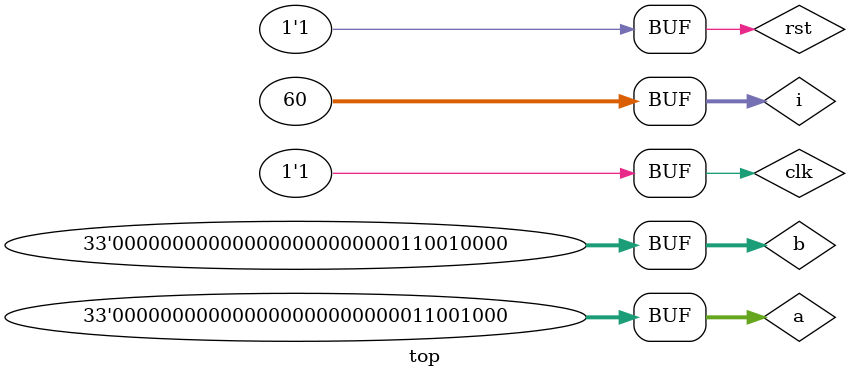
<source format=v>
/*
									******************************************NOTE******************************************

1)The test bench Clock-Input will change its value every 1 second => 1clock cycle is 2 seconds
2)Wallace has 9 stages and the last stage is cla which has 6 stage in parallel prefix circuit and one stage for input into cla and one stage for output 
	=> Total 17 stages 
3)The first input in test bench is given at 0sec and the output is visible at 34 and for every input change after 5 seconds 
	the correct output will be 6 seconds after the previous correct output  
	
									****************************************************************************************
*/

`include "Wallace_32bit.v"

module top;
reg  signed [32:0]a,b;
integer i;
wire signed [64:0] c;
reg clk,rst;

wallace w_0(c,a,b,clk,rst);

initial
begin

#0  a=19; b=15;
#5  a=200; b=400;
//#10  a=32'hffff_ff3a; b=32'hff3a_ffff;
//#5  a=25983; b=641987;
//#10  a=32'habcd_ef3a; b=32'habca_ffff;
end

initial
begin
	clk=1;
	rst=0;
	rst=1;

	for (i=0;i<60;i++)
		#1 clk=~clk;
end

initial
 	$monitor("\n",$time," 	Multiplier: %0d		Multiplicand: %0d;\n\t\t\tOUTPUT----\n\t\t\tExponential form(e): %e\n\t\t\tDecimal form(D)    : %0d\n",a,b,c,c);
endmodule

</source>
